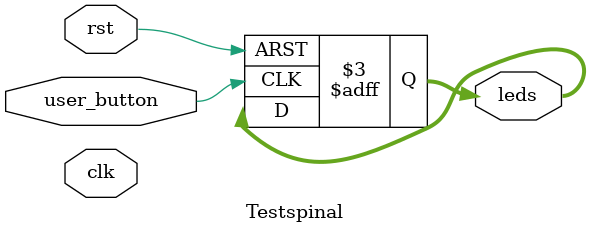
<source format=v>
`timescale 1ns/1ps

module Testspinal (
  input               rst,
  input               user_button,
  input               clk,
  output reg [5:0]    leds
);
  always @(negedge rst or negedge user_button) begin
    if(!rst) begin
      leds <= 6'b111110;
    end
    else if(user_button) begin 
      leds <= {leds[4:0], leds[5]};
    end
  end
endmodule

</source>
